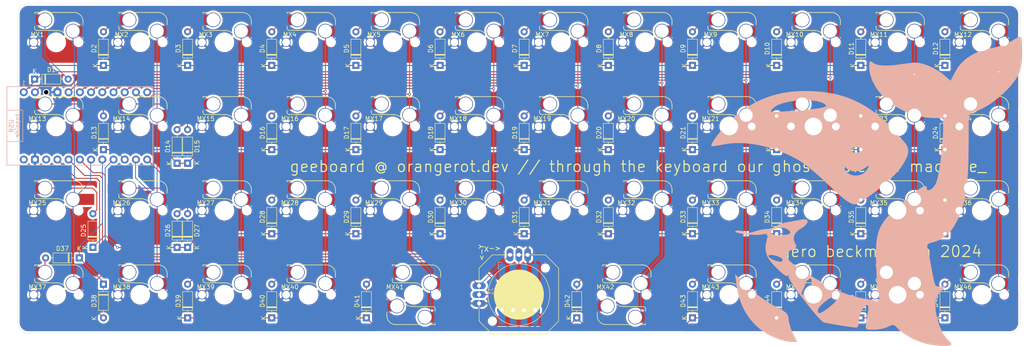
<source format=kicad_pcb>
(kicad_pcb
	(version 20240108)
	(generator "pcbnew")
	(generator_version "8.0")
	(general
		(thickness 1.2)
		(legacy_teardrops no)
	)
	(paper "A4")
	(layers
		(0 "F.Cu" signal)
		(31 "B.Cu" signal)
		(32 "B.Adhes" user "B.Adhesive")
		(33 "F.Adhes" user "F.Adhesive")
		(34 "B.Paste" user)
		(35 "F.Paste" user)
		(36 "B.SilkS" user "B.Silkscreen")
		(37 "F.SilkS" user "F.Silkscreen")
		(38 "B.Mask" user)
		(39 "F.Mask" user)
		(40 "Dwgs.User" user "User.Drawings")
		(41 "Cmts.User" user "User.Comments")
		(42 "Eco1.User" user "User.Eco1")
		(43 "Eco2.User" user "User.Eco2")
		(44 "Edge.Cuts" user)
		(45 "Margin" user)
		(46 "B.CrtYd" user "B.Courtyard")
		(47 "F.CrtYd" user "F.Courtyard")
		(48 "B.Fab" user)
		(49 "F.Fab" user)
		(50 "User.1" user)
		(51 "User.2" user)
		(52 "User.3" user)
		(53 "User.4" user)
		(54 "User.5" user)
		(55 "User.6" user)
		(56 "User.7" user)
		(57 "User.8" user)
		(58 "User.9" user)
	)
	(setup
		(stackup
			(layer "F.SilkS"
				(type "Top Silk Screen")
			)
			(layer "F.Paste"
				(type "Top Solder Paste")
			)
			(layer "F.Mask"
				(type "Top Solder Mask")
				(color "Black")
				(thickness 0.01)
			)
			(layer "F.Cu"
				(type "copper")
				(thickness 0.035)
			)
			(layer "dielectric 1"
				(type "core")
				(thickness 1.11)
				(material "FR4")
				(epsilon_r 4.5)
				(loss_tangent 0.02)
			)
			(layer "B.Cu"
				(type "copper")
				(thickness 0.035)
			)
			(layer "B.Mask"
				(type "Bottom Solder Mask")
				(color "Black")
				(thickness 0.01)
			)
			(layer "B.Paste"
				(type "Bottom Solder Paste")
			)
			(layer "B.SilkS"
				(type "Bottom Silk Screen")
			)
			(copper_finish "None")
			(dielectric_constraints no)
		)
		(pad_to_mask_clearance 0)
		(allow_soldermask_bridges_in_footprints no)
		(aux_axis_origin 138.1125 71.4375)
		(grid_origin 138.1125 71.4375)
		(pcbplotparams
			(layerselection 0x00010fc_ffffffff)
			(plot_on_all_layers_selection 0x0000000_00000000)
			(disableapertmacros no)
			(usegerberextensions no)
			(usegerberattributes yes)
			(usegerberadvancedattributes yes)
			(creategerberjobfile yes)
			(dashed_line_dash_ratio 12.000000)
			(dashed_line_gap_ratio 3.000000)
			(svgprecision 4)
			(plotframeref no)
			(viasonmask no)
			(mode 1)
			(useauxorigin no)
			(hpglpennumber 1)
			(hpglpenspeed 20)
			(hpglpendiameter 15.000000)
			(pdf_front_fp_property_popups yes)
			(pdf_back_fp_property_popups yes)
			(dxfpolygonmode yes)
			(dxfimperialunits yes)
			(dxfusepcbnewfont yes)
			(psnegative no)
			(psa4output no)
			(plotreference yes)
			(plotvalue yes)
			(plotfptext yes)
			(plotinvisibletext no)
			(sketchpadsonfab no)
			(subtractmaskfromsilk yes)
			(outputformat 1)
			(mirror no)
			(drillshape 0)
			(scaleselection 1)
			(outputdirectory "./gerber")
		)
	)
	(net 0 "")
	(net 1 "Net-(D1-A)")
	(net 2 "Row 0")
	(net 3 "Net-(D2-A)")
	(net 4 "Net-(D3-A)")
	(net 5 "Net-(D4-A)")
	(net 6 "Net-(D5-A)")
	(net 7 "Net-(D6-A)")
	(net 8 "Net-(D7-A)")
	(net 9 "Net-(D8-A)")
	(net 10 "Net-(D9-A)")
	(net 11 "Net-(D10-A)")
	(net 12 "Net-(D11-A)")
	(net 13 "Net-(D12-A)")
	(net 14 "Net-(D13-A)")
	(net 15 "Row 1")
	(net 16 "Net-(D14-A)")
	(net 17 "Net-(D15-A)")
	(net 18 "Net-(D16-A)")
	(net 19 "Net-(D17-A)")
	(net 20 "Net-(D18-A)")
	(net 21 "Net-(D19-A)")
	(net 22 "Net-(D20-A)")
	(net 23 "Net-(D21-A)")
	(net 24 "Net-(D22-A)")
	(net 25 "Net-(D23-A)")
	(net 26 "Net-(D24-A)")
	(net 27 "Net-(D25-A)")
	(net 28 "Row 2")
	(net 29 "Net-(D26-A)")
	(net 30 "Row 3")
	(net 31 "Net-(D27-A)")
	(net 32 "Net-(D28-A)")
	(net 33 "Net-(D29-A)")
	(net 34 "Net-(D30-A)")
	(net 35 "Net-(D31-A)")
	(net 36 "Net-(D32-A)")
	(net 37 "Net-(D33-A)")
	(net 38 "Net-(D34-A)")
	(net 39 "Net-(D35-A)")
	(net 40 "Net-(D37-A)")
	(net 41 "Net-(D39-A)")
	(net 42 "Net-(D40-A)")
	(net 43 "Net-(D41-A)")
	(net 44 "Net-(D42-A)")
	(net 45 "Net-(D43-A)")
	(net 46 "Net-(D44-A)")
	(net 47 "Net-(D45-A)")
	(net 48 "Net-(D46-A)")
	(net 49 "Col 00")
	(net 50 "Col 01")
	(net 51 "Col 02")
	(net 52 "Col 03")
	(net 53 "Col 04")
	(net 54 "Col 05")
	(net 55 "Col 06")
	(net 56 "Col 07")
	(net 57 "Col 08")
	(net 58 "Col 09")
	(net 59 "Col 10")
	(net 60 "Col 11")
	(net 61 "unconnected-(U1-B0-Pad13)")
	(net 62 "Net-(J1-Pin_1)")
	(net 63 "Net-(J1-Pin_2)")
	(net 64 "Net-(J1-Pin_3)")
	(net 65 "GND")
	(net 66 "unconnected-(U1-RST-Pad15)")
	(net 67 "Net-(D36-A)")
	(net 68 "Net-(D38-A)")
	(footprint "Diode_THT:D_DO-35_SOD27_P7.62mm_Horizontal" (layer "F.Cu") (at 101.203125 48.10125 90))
	(footprint "geebord-library:SW_MX_HS_CPG151101S11_1u" (layer "F.Cu") (at 185.7375 42.8625))
	(footprint "Diode_THT:D_DO-35_SOD27_P7.62mm_Horizontal" (layer "F.Cu") (at 44.053125 48.10125 90))
	(footprint "geebord-library:SW_MX_HS_CPG151101S11_1u" (layer "F.Cu") (at 242.8875 100.0125))
	(footprint "geebord-library:SW_MX_HS_CPG151101S11_1u" (layer "F.Cu") (at 128.5875 80.9625))
	(footprint "geebord-library:SW_MX_HS_CPG151101S11_1u" (layer "F.Cu") (at 90.4875 42.8625))
	(footprint "Diode_THT:D_DO-35_SOD27_P7.62mm_Horizontal" (layer "F.Cu") (at 177.403125 67.15125 90))
	(footprint "geebord-library:SW_MX_HS_CPG151101S11_1u" (layer "F.Cu") (at 223.8375 42.8625))
	(footprint "Diode_THT:D_DO-35_SOD27_P7.62mm_Horizontal" (layer "F.Cu") (at 234.553125 86.20125 90))
	(footprint "Diode_THT:D_DO-35_SOD27_P7.62mm_Horizontal" (layer "F.Cu") (at 120.253125 48.10125 90))
	(footprint "Diode_THT:D_DO-35_SOD27_P7.62mm_Horizontal" (layer "F.Cu") (at 63.103125 70.246875 90))
	(footprint "Diode_THT:D_DO-35_SOD27_P7.62mm_Horizontal" (layer "F.Cu") (at 196.453125 48.10125 90))
	(footprint "Diode_THT:D_DO-35_SOD27_P7.62mm_Horizontal" (layer "F.Cu") (at 234.553125 67.15125 90))
	(footprint "geebord-library:SW_MX_HS_CPG151101S11_1u" (layer "F.Cu") (at 223.8375 80.9625))
	(footprint "Diode_THT:D_DO-35_SOD27_P7.62mm_Horizontal" (layer "F.Cu") (at 215.503125 48.10125 90))
	(footprint "geebord-library:SW_MX_HS_CPG151101S11_1u" (layer "F.Cu") (at 109.5375 61.9125))
	(footprint "Diode_THT:D_DO-35_SOD27_P7.62mm_Horizontal" (layer "F.Cu") (at 101.203125 67.15125 90))
	(footprint "Diode_THT:D_DO-35_SOD27_P7.62mm_Horizontal" (layer "F.Cu") (at 139.303125 48.10125 90))
	(footprint "Diode_THT:D_DO-35_SOD27_P7.62mm_Horizontal" (layer "F.Cu") (at 120.253125 67.15125 90))
	(footprint "geebord-library:SW_MX_HS_CPG151101S11_1u" (layer "F.Cu") (at 242.8875 80.9625))
	(footprint "geebord-library:SW_MX_HS_CPG151101S11_1u" (layer "F.Cu") (at 71.4375 42.8625))
	(footprint "geebord-library:SW_MX_HS_CPG151101S11_1u"
		(layer "F.Cu")
		(uuid "35942029-a285-490d-8595-a5d72ff277be")
		(at 71.4375 100.0125)
		(descr "Footprint for Cherry MX style switches with Kailh hotswap socket")
		(property "Reference" "MX39"
			(at -4.25 -1.75 0)
			(layer "F.SilkS")
			(uuid "b61e3a57-b883-4eef-99a2-4e9a97c67576")
			(effects
				(font
					(size 1 1)
					(thickness 0.15)
				)
			)
		)
		(property "Value" "MX_SW_HS"
			(at 0 0 0)
			(layer "F.Fab")
			(uuid "c44afc7e-53e8-4b9b-b8aa-b91d5313d40a")
			(effects
				(font
					(size 1 1)
					(thickness 0.15)
				)
			)
		)
		(property "Footprint" "geebord-library:SW_MX_HS_CPG151101S11_1u"
			(at 0 0 0)
			(layer "F.Fab")
			(hide yes)
			(uuid "11f91373-b2cc-43b1-a72f-ea910f4df4a4")
			(effects
				(font
					(size 1.27 1.27)
					(thickness 0.15)
				)
			)
		)
		(property "Datasheet" ""
			(at 0 0 0)
			(layer "F.Fab")
			(hide yes)
			(uuid "3639d9e5-122a-40eb-a0b0-79f0501bb5b4")
			(effects
				(font
					(size 1.27 1.27)
					(thickness 0.15)
				)
			)
		)
		(property "Description" "Push button switch, normally open, two pins, 45° tilted, Kailh CPG151101S11 for Cherry MX style switches"
			(at 0 0 0)
			(layer "F.Fab")
			(hide yes)
			(uuid "ebcfc198-efc0-4be7-8ec2-df74ea873dd3")
			(effects
				(font
					(size 1.27 1.27)
					(thickness 0.15)
				)
			)
		)
		(path "/0836c125-ec2c-41c9-a093-3ab140927ce6")
		(sheetname "Stammblatt")
		(sheetfile "geebord.kicad_sch")
		(attr smd)
		(fp_line
			(start -4.864824 -6.75022)
			(end -4.86
... [2083859 chars truncated]
</source>
